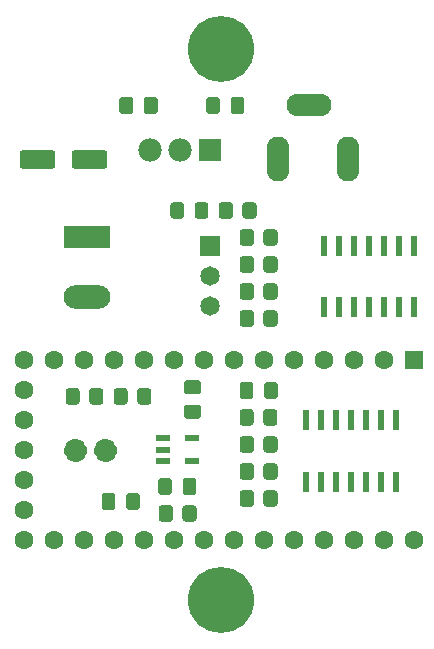
<source format=gbr>
%TF.GenerationSoftware,KiCad,Pcbnew,(5.1.8-0-10_14)*%
%TF.CreationDate,2020-12-27T09:30:55+11:00*%
%TF.ProjectId,Open-JIP(KiCad)_T3.2,4f70656e-2d4a-4495-9028-4b6943616429,rev?*%
%TF.SameCoordinates,Original*%
%TF.FileFunction,Soldermask,Top*%
%TF.FilePolarity,Negative*%
%FSLAX46Y46*%
G04 Gerber Fmt 4.6, Leading zero omitted, Abs format (unit mm)*
G04 Created by KiCad (PCBNEW (5.1.8-0-10_14)) date 2020-12-27 09:30:55*
%MOMM*%
%LPD*%
G01*
G04 APERTURE LIST*
%ADD10C,1.000000*%
%ADD11C,5.600000*%
%ADD12C,1.600000*%
%ADD13R,1.600000X1.600000*%
%ADD14R,1.651000X1.651000*%
%ADD15C,1.651000*%
%ADD16O,3.800000X1.900000*%
%ADD17O,1.900000X3.800000*%
%ADD18R,3.960000X1.980000*%
%ADD19O,3.960000X1.980000*%
%ADD20R,0.533400X1.701800*%
%ADD21R,1.980000X1.980000*%
%ADD22C,1.980000*%
%ADD23R,1.210000X0.590000*%
G04 APERTURE END LIST*
D10*
%TO.C,D1*%
X108196000Y-64008000D02*
G75*
G03*
X108196000Y-64008000I-500000J0D01*
G01*
X110736000Y-64008000D02*
G75*
G03*
X110736000Y-64008000I-500000J0D01*
G01*
%TD*%
D11*
%TO.C,REF\u002A\u002A*%
X120000000Y-76708000D03*
%TD*%
%TO.C,REF\u002A\u002A*%
X120000000Y-30000000D03*
%TD*%
D12*
%TO.C,U5*%
X103378000Y-64008000D03*
X103378000Y-66548000D03*
X103378000Y-69088000D03*
X103378000Y-71628000D03*
X103378000Y-61468000D03*
X103378000Y-58928000D03*
X103378000Y-56388000D03*
X105918000Y-71628000D03*
X108458000Y-71628000D03*
X110998000Y-71628000D03*
X113538000Y-71628000D03*
X116078000Y-71628000D03*
X118618000Y-71628000D03*
X121158000Y-71628000D03*
X123698000Y-71628000D03*
X126238000Y-71628000D03*
X128778000Y-71628000D03*
X131318000Y-71628000D03*
X133858000Y-71628000D03*
X136398000Y-71628000D03*
X105918000Y-56388000D03*
X108458000Y-56388000D03*
X110998000Y-56388000D03*
X113538000Y-56388000D03*
X116078000Y-56388000D03*
X118618000Y-56388000D03*
X121158000Y-56388000D03*
X123698000Y-56388000D03*
X126238000Y-56388000D03*
X128778000Y-56388000D03*
X131318000Y-56388000D03*
X133858000Y-56388000D03*
D13*
X136398000Y-56388000D03*
%TD*%
%TO.C,C1*%
G36*
G01*
X111977500Y-68801000D02*
X111977500Y-67851000D01*
G75*
G02*
X112227500Y-67601000I250000J0D01*
G01*
X112902500Y-67601000D01*
G75*
G02*
X113152500Y-67851000I0J-250000D01*
G01*
X113152500Y-68801000D01*
G75*
G02*
X112902500Y-69051000I-250000J0D01*
G01*
X112227500Y-69051000D01*
G75*
G02*
X111977500Y-68801000I0J250000D01*
G01*
G37*
G36*
G01*
X109902500Y-68801000D02*
X109902500Y-67851000D01*
G75*
G02*
X110152500Y-67601000I250000J0D01*
G01*
X110827500Y-67601000D01*
G75*
G02*
X111077500Y-67851000I0J-250000D01*
G01*
X111077500Y-68801000D01*
G75*
G02*
X110827500Y-69051000I-250000J0D01*
G01*
X110152500Y-69051000D01*
G75*
G02*
X109902500Y-68801000I0J250000D01*
G01*
G37*
%TD*%
%TO.C,C2*%
G36*
G01*
X120824500Y-35273000D02*
X120824500Y-34323000D01*
G75*
G02*
X121074500Y-34073000I250000J0D01*
G01*
X121749500Y-34073000D01*
G75*
G02*
X121999500Y-34323000I0J-250000D01*
G01*
X121999500Y-35273000D01*
G75*
G02*
X121749500Y-35523000I-250000J0D01*
G01*
X121074500Y-35523000D01*
G75*
G02*
X120824500Y-35273000I0J250000D01*
G01*
G37*
G36*
G01*
X118749500Y-35273000D02*
X118749500Y-34323000D01*
G75*
G02*
X118999500Y-34073000I250000J0D01*
G01*
X119674500Y-34073000D01*
G75*
G02*
X119924500Y-34323000I0J-250000D01*
G01*
X119924500Y-35273000D01*
G75*
G02*
X119674500Y-35523000I-250000J0D01*
G01*
X118999500Y-35523000D01*
G75*
G02*
X118749500Y-35273000I0J250000D01*
G01*
G37*
%TD*%
%TO.C,C3*%
G36*
G01*
X121586500Y-59403000D02*
X121586500Y-58453000D01*
G75*
G02*
X121836500Y-58203000I250000J0D01*
G01*
X122511500Y-58203000D01*
G75*
G02*
X122761500Y-58453000I0J-250000D01*
G01*
X122761500Y-59403000D01*
G75*
G02*
X122511500Y-59653000I-250000J0D01*
G01*
X121836500Y-59653000D01*
G75*
G02*
X121586500Y-59403000I0J250000D01*
G01*
G37*
G36*
G01*
X123661500Y-59403000D02*
X123661500Y-58453000D01*
G75*
G02*
X123911500Y-58203000I250000J0D01*
G01*
X124586500Y-58203000D01*
G75*
G02*
X124836500Y-58453000I0J-250000D01*
G01*
X124836500Y-59403000D01*
G75*
G02*
X124586500Y-59653000I-250000J0D01*
G01*
X123911500Y-59653000D01*
G75*
G02*
X123661500Y-59403000I0J250000D01*
G01*
G37*
%TD*%
%TO.C,C4*%
G36*
G01*
X111405000Y-35273000D02*
X111405000Y-34323000D01*
G75*
G02*
X111655000Y-34073000I250000J0D01*
G01*
X112330000Y-34073000D01*
G75*
G02*
X112580000Y-34323000I0J-250000D01*
G01*
X112580000Y-35273000D01*
G75*
G02*
X112330000Y-35523000I-250000J0D01*
G01*
X111655000Y-35523000D01*
G75*
G02*
X111405000Y-35273000I0J250000D01*
G01*
G37*
G36*
G01*
X113480000Y-35273000D02*
X113480000Y-34323000D01*
G75*
G02*
X113730000Y-34073000I250000J0D01*
G01*
X114405000Y-34073000D01*
G75*
G02*
X114655000Y-34323000I0J-250000D01*
G01*
X114655000Y-35273000D01*
G75*
G02*
X114405000Y-35523000I-250000J0D01*
G01*
X113730000Y-35523000D01*
G75*
G02*
X113480000Y-35273000I0J250000D01*
G01*
G37*
%TD*%
%TO.C,C5*%
G36*
G01*
X116760500Y-67531000D02*
X116760500Y-66581000D01*
G75*
G02*
X117010500Y-66331000I250000J0D01*
G01*
X117685500Y-66331000D01*
G75*
G02*
X117935500Y-66581000I0J-250000D01*
G01*
X117935500Y-67531000D01*
G75*
G02*
X117685500Y-67781000I-250000J0D01*
G01*
X117010500Y-67781000D01*
G75*
G02*
X116760500Y-67531000I0J250000D01*
G01*
G37*
G36*
G01*
X114685500Y-67531000D02*
X114685500Y-66581000D01*
G75*
G02*
X114935500Y-66331000I250000J0D01*
G01*
X115610500Y-66331000D01*
G75*
G02*
X115860500Y-66581000I0J-250000D01*
G01*
X115860500Y-67531000D01*
G75*
G02*
X115610500Y-67781000I-250000J0D01*
G01*
X114935500Y-67781000D01*
G75*
G02*
X114685500Y-67531000I0J250000D01*
G01*
G37*
%TD*%
%TO.C,C6*%
G36*
G01*
X102980000Y-39920000D02*
X102980000Y-38820000D01*
G75*
G02*
X103230000Y-38570000I250000J0D01*
G01*
X105730000Y-38570000D01*
G75*
G02*
X105980000Y-38820000I0J-250000D01*
G01*
X105980000Y-39920000D01*
G75*
G02*
X105730000Y-40170000I-250000J0D01*
G01*
X103230000Y-40170000D01*
G75*
G02*
X102980000Y-39920000I0J250000D01*
G01*
G37*
G36*
G01*
X107380000Y-39920000D02*
X107380000Y-38820000D01*
G75*
G02*
X107630000Y-38570000I250000J0D01*
G01*
X110130000Y-38570000D01*
G75*
G02*
X110380000Y-38820000I0J-250000D01*
G01*
X110380000Y-39920000D01*
G75*
G02*
X110130000Y-40170000I-250000J0D01*
G01*
X107630000Y-40170000D01*
G75*
G02*
X107380000Y-39920000I0J250000D01*
G01*
G37*
%TD*%
%TO.C,C7*%
G36*
G01*
X117127000Y-58065000D02*
X118077000Y-58065000D01*
G75*
G02*
X118327000Y-58315000I0J-250000D01*
G01*
X118327000Y-58990000D01*
G75*
G02*
X118077000Y-59240000I-250000J0D01*
G01*
X117127000Y-59240000D01*
G75*
G02*
X116877000Y-58990000I0J250000D01*
G01*
X116877000Y-58315000D01*
G75*
G02*
X117127000Y-58065000I250000J0D01*
G01*
G37*
G36*
G01*
X117127000Y-60140000D02*
X118077000Y-60140000D01*
G75*
G02*
X118327000Y-60390000I0J-250000D01*
G01*
X118327000Y-61065000D01*
G75*
G02*
X118077000Y-61315000I-250000J0D01*
G01*
X117127000Y-61315000D01*
G75*
G02*
X116877000Y-61065000I0J250000D01*
G01*
X116877000Y-60390000D01*
G75*
G02*
X117127000Y-60140000I250000J0D01*
G01*
G37*
%TD*%
D14*
%TO.C,CR1*%
X119126000Y-46736000D03*
D15*
X119126000Y-49276000D03*
X119126000Y-51816000D03*
%TD*%
%TO.C,D3*%
G36*
G01*
X115739000Y-44138001D02*
X115739000Y-43237999D01*
G75*
G02*
X115988999Y-42988000I249999J0D01*
G01*
X116639001Y-42988000D01*
G75*
G02*
X116889000Y-43237999I0J-249999D01*
G01*
X116889000Y-44138001D01*
G75*
G02*
X116639001Y-44388000I-249999J0D01*
G01*
X115988999Y-44388000D01*
G75*
G02*
X115739000Y-44138001I0J249999D01*
G01*
G37*
G36*
G01*
X117789000Y-44138001D02*
X117789000Y-43237999D01*
G75*
G02*
X118038999Y-42988000I249999J0D01*
G01*
X118689001Y-42988000D01*
G75*
G02*
X118939000Y-43237999I0J-249999D01*
G01*
X118939000Y-44138001D01*
G75*
G02*
X118689001Y-44388000I-249999J0D01*
G01*
X118038999Y-44388000D01*
G75*
G02*
X117789000Y-44138001I0J249999D01*
G01*
G37*
%TD*%
D16*
%TO.C,J1*%
X127508000Y-34720000D03*
D17*
X130758000Y-39370000D03*
X124828000Y-39370000D03*
%TD*%
D18*
%TO.C,J2*%
X108712000Y-45974000D03*
D19*
X108712000Y-50974000D03*
%TD*%
%TO.C,R1*%
G36*
G01*
X112922000Y-59886001D02*
X112922000Y-58985999D01*
G75*
G02*
X113171999Y-58736000I249999J0D01*
G01*
X113872001Y-58736000D01*
G75*
G02*
X114122000Y-58985999I0J-249999D01*
G01*
X114122000Y-59886001D01*
G75*
G02*
X113872001Y-60136000I-249999J0D01*
G01*
X113171999Y-60136000D01*
G75*
G02*
X112922000Y-59886001I0J249999D01*
G01*
G37*
G36*
G01*
X110922000Y-59886001D02*
X110922000Y-58985999D01*
G75*
G02*
X111171999Y-58736000I249999J0D01*
G01*
X111872001Y-58736000D01*
G75*
G02*
X112122000Y-58985999I0J-249999D01*
G01*
X112122000Y-59886001D01*
G75*
G02*
X111872001Y-60136000I-249999J0D01*
G01*
X111171999Y-60136000D01*
G75*
G02*
X110922000Y-59886001I0J249999D01*
G01*
G37*
%TD*%
%TO.C,R2*%
G36*
G01*
X106858000Y-59886001D02*
X106858000Y-58985999D01*
G75*
G02*
X107107999Y-58736000I249999J0D01*
G01*
X107808001Y-58736000D01*
G75*
G02*
X108058000Y-58985999I0J-249999D01*
G01*
X108058000Y-59886001D01*
G75*
G02*
X107808001Y-60136000I-249999J0D01*
G01*
X107107999Y-60136000D01*
G75*
G02*
X106858000Y-59886001I0J249999D01*
G01*
G37*
G36*
G01*
X108858000Y-59886001D02*
X108858000Y-58985999D01*
G75*
G02*
X109107999Y-58736000I249999J0D01*
G01*
X109808001Y-58736000D01*
G75*
G02*
X110058000Y-58985999I0J-249999D01*
G01*
X110058000Y-59886001D01*
G75*
G02*
X109808001Y-60136000I-249999J0D01*
G01*
X109107999Y-60136000D01*
G75*
G02*
X108858000Y-59886001I0J249999D01*
G01*
G37*
%TD*%
%TO.C,R3*%
G36*
G01*
X121606000Y-46424001D02*
X121606000Y-45523999D01*
G75*
G02*
X121855999Y-45274000I249999J0D01*
G01*
X122556001Y-45274000D01*
G75*
G02*
X122806000Y-45523999I0J-249999D01*
G01*
X122806000Y-46424001D01*
G75*
G02*
X122556001Y-46674000I-249999J0D01*
G01*
X121855999Y-46674000D01*
G75*
G02*
X121606000Y-46424001I0J249999D01*
G01*
G37*
G36*
G01*
X123606000Y-46424001D02*
X123606000Y-45523999D01*
G75*
G02*
X123855999Y-45274000I249999J0D01*
G01*
X124556001Y-45274000D01*
G75*
G02*
X124806000Y-45523999I0J-249999D01*
G01*
X124806000Y-46424001D01*
G75*
G02*
X124556001Y-46674000I-249999J0D01*
G01*
X123855999Y-46674000D01*
G75*
G02*
X123606000Y-46424001I0J249999D01*
G01*
G37*
%TD*%
%TO.C,R4*%
G36*
G01*
X123590000Y-61664001D02*
X123590000Y-60763999D01*
G75*
G02*
X123839999Y-60514000I249999J0D01*
G01*
X124540001Y-60514000D01*
G75*
G02*
X124790000Y-60763999I0J-249999D01*
G01*
X124790000Y-61664001D01*
G75*
G02*
X124540001Y-61914000I-249999J0D01*
G01*
X123839999Y-61914000D01*
G75*
G02*
X123590000Y-61664001I0J249999D01*
G01*
G37*
G36*
G01*
X121590000Y-61664001D02*
X121590000Y-60763999D01*
G75*
G02*
X121839999Y-60514000I249999J0D01*
G01*
X122540001Y-60514000D01*
G75*
G02*
X122790000Y-60763999I0J-249999D01*
G01*
X122790000Y-61664001D01*
G75*
G02*
X122540001Y-61914000I-249999J0D01*
G01*
X121839999Y-61914000D01*
G75*
G02*
X121590000Y-61664001I0J249999D01*
G01*
G37*
%TD*%
%TO.C,R5*%
G36*
G01*
X123606000Y-48710001D02*
X123606000Y-47809999D01*
G75*
G02*
X123855999Y-47560000I249999J0D01*
G01*
X124556001Y-47560000D01*
G75*
G02*
X124806000Y-47809999I0J-249999D01*
G01*
X124806000Y-48710001D01*
G75*
G02*
X124556001Y-48960000I-249999J0D01*
G01*
X123855999Y-48960000D01*
G75*
G02*
X123606000Y-48710001I0J249999D01*
G01*
G37*
G36*
G01*
X121606000Y-48710001D02*
X121606000Y-47809999D01*
G75*
G02*
X121855999Y-47560000I249999J0D01*
G01*
X122556001Y-47560000D01*
G75*
G02*
X122806000Y-47809999I0J-249999D01*
G01*
X122806000Y-48710001D01*
G75*
G02*
X122556001Y-48960000I-249999J0D01*
G01*
X121855999Y-48960000D01*
G75*
G02*
X121606000Y-48710001I0J249999D01*
G01*
G37*
%TD*%
%TO.C,R6*%
G36*
G01*
X121606000Y-63950001D02*
X121606000Y-63049999D01*
G75*
G02*
X121855999Y-62800000I249999J0D01*
G01*
X122556001Y-62800000D01*
G75*
G02*
X122806000Y-63049999I0J-249999D01*
G01*
X122806000Y-63950001D01*
G75*
G02*
X122556001Y-64200000I-249999J0D01*
G01*
X121855999Y-64200000D01*
G75*
G02*
X121606000Y-63950001I0J249999D01*
G01*
G37*
G36*
G01*
X123606000Y-63950001D02*
X123606000Y-63049999D01*
G75*
G02*
X123855999Y-62800000I249999J0D01*
G01*
X124556001Y-62800000D01*
G75*
G02*
X124806000Y-63049999I0J-249999D01*
G01*
X124806000Y-63950001D01*
G75*
G02*
X124556001Y-64200000I-249999J0D01*
G01*
X123855999Y-64200000D01*
G75*
G02*
X123606000Y-63950001I0J249999D01*
G01*
G37*
%TD*%
%TO.C,R7*%
G36*
G01*
X123606000Y-50996001D02*
X123606000Y-50095999D01*
G75*
G02*
X123855999Y-49846000I249999J0D01*
G01*
X124556001Y-49846000D01*
G75*
G02*
X124806000Y-50095999I0J-249999D01*
G01*
X124806000Y-50996001D01*
G75*
G02*
X124556001Y-51246000I-249999J0D01*
G01*
X123855999Y-51246000D01*
G75*
G02*
X123606000Y-50996001I0J249999D01*
G01*
G37*
G36*
G01*
X121606000Y-50996001D02*
X121606000Y-50095999D01*
G75*
G02*
X121855999Y-49846000I249999J0D01*
G01*
X122556001Y-49846000D01*
G75*
G02*
X122806000Y-50095999I0J-249999D01*
G01*
X122806000Y-50996001D01*
G75*
G02*
X122556001Y-51246000I-249999J0D01*
G01*
X121855999Y-51246000D01*
G75*
G02*
X121606000Y-50996001I0J249999D01*
G01*
G37*
%TD*%
%TO.C,R8*%
G36*
G01*
X114748000Y-69792001D02*
X114748000Y-68891999D01*
G75*
G02*
X114997999Y-68642000I249999J0D01*
G01*
X115698001Y-68642000D01*
G75*
G02*
X115948000Y-68891999I0J-249999D01*
G01*
X115948000Y-69792001D01*
G75*
G02*
X115698001Y-70042000I-249999J0D01*
G01*
X114997999Y-70042000D01*
G75*
G02*
X114748000Y-69792001I0J249999D01*
G01*
G37*
G36*
G01*
X116748000Y-69792001D02*
X116748000Y-68891999D01*
G75*
G02*
X116997999Y-68642000I249999J0D01*
G01*
X117698001Y-68642000D01*
G75*
G02*
X117948000Y-68891999I0J-249999D01*
G01*
X117948000Y-69792001D01*
G75*
G02*
X117698001Y-70042000I-249999J0D01*
G01*
X116997999Y-70042000D01*
G75*
G02*
X116748000Y-69792001I0J249999D01*
G01*
G37*
%TD*%
%TO.C,R9*%
G36*
G01*
X123606000Y-66236001D02*
X123606000Y-65335999D01*
G75*
G02*
X123855999Y-65086000I249999J0D01*
G01*
X124556001Y-65086000D01*
G75*
G02*
X124806000Y-65335999I0J-249999D01*
G01*
X124806000Y-66236001D01*
G75*
G02*
X124556001Y-66486000I-249999J0D01*
G01*
X123855999Y-66486000D01*
G75*
G02*
X123606000Y-66236001I0J249999D01*
G01*
G37*
G36*
G01*
X121606000Y-66236001D02*
X121606000Y-65335999D01*
G75*
G02*
X121855999Y-65086000I249999J0D01*
G01*
X122556001Y-65086000D01*
G75*
G02*
X122806000Y-65335999I0J-249999D01*
G01*
X122806000Y-66236001D01*
G75*
G02*
X122556001Y-66486000I-249999J0D01*
G01*
X121855999Y-66486000D01*
G75*
G02*
X121606000Y-66236001I0J249999D01*
G01*
G37*
%TD*%
%TO.C,R10*%
G36*
G01*
X121606000Y-53282001D02*
X121606000Y-52381999D01*
G75*
G02*
X121855999Y-52132000I249999J0D01*
G01*
X122556001Y-52132000D01*
G75*
G02*
X122806000Y-52381999I0J-249999D01*
G01*
X122806000Y-53282001D01*
G75*
G02*
X122556001Y-53532000I-249999J0D01*
G01*
X121855999Y-53532000D01*
G75*
G02*
X121606000Y-53282001I0J249999D01*
G01*
G37*
G36*
G01*
X123606000Y-53282001D02*
X123606000Y-52381999D01*
G75*
G02*
X123855999Y-52132000I249999J0D01*
G01*
X124556001Y-52132000D01*
G75*
G02*
X124806000Y-52381999I0J-249999D01*
G01*
X124806000Y-53282001D01*
G75*
G02*
X124556001Y-53532000I-249999J0D01*
G01*
X123855999Y-53532000D01*
G75*
G02*
X123606000Y-53282001I0J249999D01*
G01*
G37*
%TD*%
%TO.C,R11*%
G36*
G01*
X121606000Y-68522001D02*
X121606000Y-67621999D01*
G75*
G02*
X121855999Y-67372000I249999J0D01*
G01*
X122556001Y-67372000D01*
G75*
G02*
X122806000Y-67621999I0J-249999D01*
G01*
X122806000Y-68522001D01*
G75*
G02*
X122556001Y-68772000I-249999J0D01*
G01*
X121855999Y-68772000D01*
G75*
G02*
X121606000Y-68522001I0J249999D01*
G01*
G37*
G36*
G01*
X123606000Y-68522001D02*
X123606000Y-67621999D01*
G75*
G02*
X123855999Y-67372000I249999J0D01*
G01*
X124556001Y-67372000D01*
G75*
G02*
X124806000Y-67621999I0J-249999D01*
G01*
X124806000Y-68522001D01*
G75*
G02*
X124556001Y-68772000I-249999J0D01*
G01*
X123855999Y-68772000D01*
G75*
G02*
X123606000Y-68522001I0J249999D01*
G01*
G37*
%TD*%
%TO.C,R13*%
G36*
G01*
X121028000Y-43237999D02*
X121028000Y-44138001D01*
G75*
G02*
X120778001Y-44388000I-249999J0D01*
G01*
X120077999Y-44388000D01*
G75*
G02*
X119828000Y-44138001I0J249999D01*
G01*
X119828000Y-43237999D01*
G75*
G02*
X120077999Y-42988000I249999J0D01*
G01*
X120778001Y-42988000D01*
G75*
G02*
X121028000Y-43237999I0J-249999D01*
G01*
G37*
G36*
G01*
X123028000Y-43237999D02*
X123028000Y-44138001D01*
G75*
G02*
X122778001Y-44388000I-249999J0D01*
G01*
X122077999Y-44388000D01*
G75*
G02*
X121828000Y-44138001I0J249999D01*
G01*
X121828000Y-43237999D01*
G75*
G02*
X122077999Y-42988000I249999J0D01*
G01*
X122778001Y-42988000D01*
G75*
G02*
X123028000Y-43237999I0J-249999D01*
G01*
G37*
%TD*%
D20*
%TO.C,U1*%
X136398000Y-46685200D03*
X135128000Y-46685200D03*
X133858000Y-46685200D03*
X132588000Y-46685200D03*
X131318000Y-46685200D03*
X130048000Y-46685200D03*
X128778000Y-46685200D03*
X128778000Y-51866800D03*
X130048000Y-51866800D03*
X131318000Y-51866800D03*
X132588000Y-51866800D03*
X133858000Y-51866800D03*
X135128000Y-51866800D03*
X136398000Y-51866800D03*
%TD*%
D21*
%TO.C,U2*%
X119126000Y-38608000D03*
D22*
X116586000Y-38608000D03*
X114046000Y-38608000D03*
%TD*%
D20*
%TO.C,U3*%
X134874000Y-66649600D03*
X133604000Y-66649600D03*
X132334000Y-66649600D03*
X131064000Y-66649600D03*
X129794000Y-66649600D03*
X128524000Y-66649600D03*
X127254000Y-66649600D03*
X127254000Y-61468000D03*
X128524000Y-61468000D03*
X129794000Y-61468000D03*
X131064000Y-61468000D03*
X132334000Y-61468000D03*
X133604000Y-61468000D03*
X134874000Y-61468000D03*
%TD*%
D23*
%TO.C,U4*%
X115092000Y-62992000D03*
X115092000Y-63942000D03*
X115092000Y-64892000D03*
X117602000Y-64892000D03*
X117602000Y-62992000D03*
%TD*%
M02*

</source>
